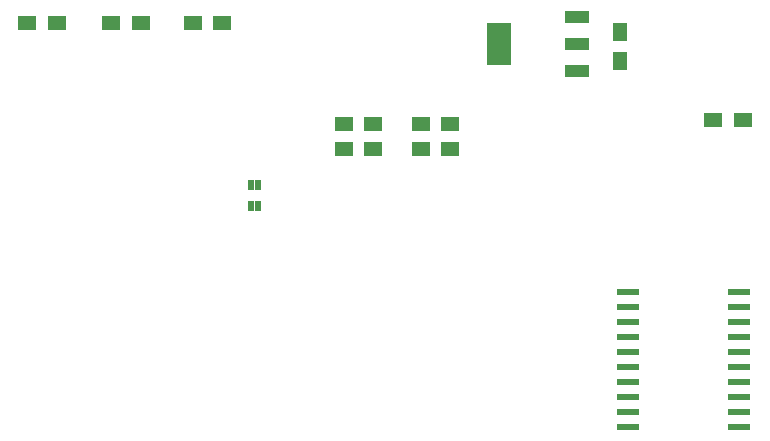
<source format=gtp>
G04 #@! TF.FileFunction,Paste,Top*
%FSLAX46Y46*%
G04 Gerber Fmt 4.6, Leading zero omitted, Abs format (unit mm)*
G04 Created by KiCad (PCBNEW 4.0.7) date 09/18/17 08:38:15*
%MOMM*%
%LPD*%
G01*
G04 APERTURE LIST*
%ADD10C,0.100000*%
%ADD11R,1.500000X1.250000*%
%ADD12R,1.250000X1.500000*%
%ADD13R,2.032000X3.657600*%
%ADD14R,2.032000X1.016000*%
%ADD15R,0.500000X0.900000*%
%ADD16R,1.950000X0.600000*%
G04 APERTURE END LIST*
D10*
D11*
X146870000Y-71480000D03*
X144370000Y-71480000D03*
D12*
X161220000Y-63630000D03*
X161220000Y-66130000D03*
D11*
X146870000Y-73580000D03*
X144370000Y-73580000D03*
X171650000Y-71100000D03*
X169150000Y-71100000D03*
X111070000Y-62880000D03*
X113570000Y-62880000D03*
X118170000Y-62880000D03*
X120670000Y-62880000D03*
X125070000Y-62880000D03*
X127570000Y-62880000D03*
X137870000Y-71480000D03*
X140370000Y-71480000D03*
X137870000Y-73580000D03*
X140370000Y-73580000D03*
D13*
X151048000Y-64650000D03*
D14*
X157652000Y-64650000D03*
X157652000Y-62364000D03*
X157652000Y-66936000D03*
D15*
X130600000Y-78350000D03*
X130000000Y-78350000D03*
X130600000Y-76600000D03*
X130000000Y-76600000D03*
D16*
X161920000Y-85665000D03*
X161920000Y-86935000D03*
X161920000Y-88205000D03*
X161920000Y-89475000D03*
X161920000Y-90745000D03*
X161920000Y-92015000D03*
X161920000Y-93285000D03*
X161920000Y-94555000D03*
X161920000Y-95825000D03*
X161920000Y-97095000D03*
X171320000Y-97095000D03*
X171320000Y-95825000D03*
X171320000Y-94555000D03*
X171320000Y-93285000D03*
X171320000Y-92015000D03*
X171320000Y-90745000D03*
X171320000Y-89475000D03*
X171320000Y-88205000D03*
X171320000Y-86935000D03*
X171320000Y-85665000D03*
M02*

</source>
